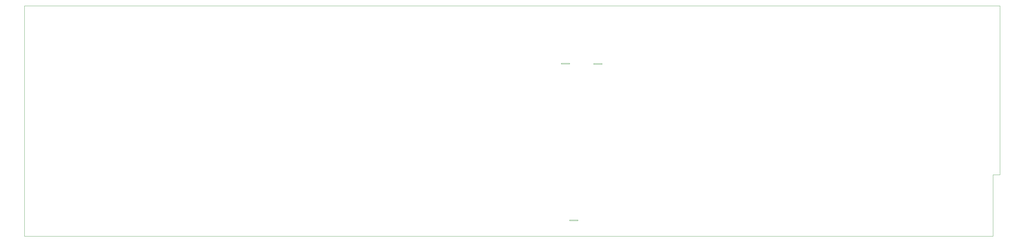
<source format=gtp>
*%FSLAX23Y23*%
*%MOIN*%
G01*
D11*
X15746Y6683D02*
X15828D01*
X15746Y5943D02*
X4096D01*
Y8718D02*
X15828D01*
X15746Y6683D02*
Y5943D01*
X15828Y6683D02*
Y8718D01*
X4096D02*
Y5943D01*
D21*
X13494Y6849D02*
D03*
X13454D02*
D03*
X13415D02*
D03*
X12942Y7242D02*
D03*
X13376Y6849D02*
D03*
X13336Y6849D02*
D03*
X13297D02*
D03*
X13257D02*
D03*
X13218D02*
D03*
X13179D02*
D03*
X13139D02*
D03*
X13100D02*
D03*
X13061D02*
D03*
X13021D02*
D03*
X12982D02*
D03*
X12942D02*
D03*
X12903D02*
D03*
X12864D02*
D03*
X12824D02*
D03*
X12785D02*
D03*
X12746D02*
D03*
X12706D02*
D03*
X12667D02*
D03*
X12627D02*
D03*
X12588D02*
D03*
X12549Y6888D02*
D03*
X12588D02*
D03*
X12627D02*
D03*
X12667D02*
D03*
X12706D02*
D03*
X12746D02*
D03*
X12785D02*
D03*
X12824D02*
D03*
X12864D02*
D03*
X12903D02*
D03*
X12942D02*
D03*
X12982D02*
D03*
X13021D02*
D03*
X13061D02*
D03*
X13100D02*
D03*
X13139D02*
D03*
X13179D02*
D03*
X13218D02*
D03*
X13257D02*
D03*
X13297D02*
D03*
X13336D02*
D03*
X13376Y6888D02*
D03*
X13415D02*
D03*
X13454D02*
D03*
X13494D02*
D03*
X13533Y6888D02*
D03*
Y6927D02*
D03*
X13494Y6927D02*
D03*
X13454D02*
D03*
X13415D02*
D03*
X13376D02*
D03*
X13336Y6927D02*
D03*
X13297D02*
D03*
X13257D02*
D03*
X13218D02*
D03*
X13179D02*
D03*
X13139D02*
D03*
X13100D02*
D03*
X13061D02*
D03*
X13021D02*
D03*
X12982D02*
D03*
X12942D02*
D03*
X12903D02*
D03*
X12864D02*
D03*
X12824D02*
D03*
X12785D02*
D03*
X12746D02*
D03*
X12706D02*
D03*
X12667D02*
D03*
X12627D02*
D03*
X12588D02*
D03*
X12549D02*
D03*
Y6967D02*
D03*
X12588D02*
D03*
X12627D02*
D03*
X12667D02*
D03*
X12706D02*
D03*
X12746D02*
D03*
X12785D02*
D03*
X12824D02*
D03*
X12864D02*
D03*
X12903D02*
D03*
X12942D02*
D03*
X12982D02*
D03*
X13021D02*
D03*
X13061D02*
D03*
X13100D02*
D03*
X13139D02*
D03*
X13179D02*
D03*
X13218D02*
D03*
X13257D02*
D03*
X13297D02*
D03*
X13336D02*
D03*
X13376Y6967D02*
D03*
X13415D02*
D03*
X13454D02*
D03*
X13494D02*
D03*
X13533Y6967D02*
D03*
X13494Y7006D02*
D03*
X13533Y7006D02*
D03*
X13454Y7006D02*
D03*
X13415D02*
D03*
X13376D02*
D03*
X13336Y7006D02*
D03*
X13297D02*
D03*
X13257D02*
D03*
X13218D02*
D03*
X13179D02*
D03*
X13139D02*
D03*
X13100D02*
D03*
X13061D02*
D03*
X13021D02*
D03*
X12982D02*
D03*
X12942D02*
D03*
X12903D02*
D03*
X12864D02*
D03*
X12824D02*
D03*
X12785D02*
D03*
X12746D02*
D03*
X12706D02*
D03*
X12667D02*
D03*
X12627D02*
D03*
X12588D02*
D03*
X12549D02*
D03*
Y7045D02*
D03*
X12588D02*
D03*
X12627D02*
D03*
X12667D02*
D03*
X12706D02*
D03*
X12746D02*
D03*
X12785D02*
D03*
X12824D02*
D03*
X12864D02*
D03*
X12903D02*
D03*
X12942D02*
D03*
X12982D02*
D03*
X13021D02*
D03*
X13061D02*
D03*
X13100D02*
D03*
X13139D02*
D03*
X13179D02*
D03*
X13218D02*
D03*
X13257D02*
D03*
X13297D02*
D03*
X13336D02*
D03*
X13376Y7045D02*
D03*
X13415D02*
D03*
X13454D02*
D03*
X13494D02*
D03*
X13533Y7045D02*
D03*
X13179Y7085D02*
D03*
X13218D02*
D03*
X13257D02*
D03*
X13297D02*
D03*
X13336D02*
D03*
X13376Y7085D02*
D03*
X13415D02*
D03*
X13454D02*
D03*
X13494D02*
D03*
X13533Y7085D02*
D03*
X13139D02*
D03*
X13100D02*
D03*
X13061D02*
D03*
X13021D02*
D03*
X12982D02*
D03*
X12942D02*
D03*
X12903D02*
D03*
X12864D02*
D03*
X12824D02*
D03*
X12785D02*
D03*
X12746D02*
D03*
X12706D02*
D03*
X12667D02*
D03*
X12627D02*
D03*
X12588D02*
D03*
X12549D02*
D03*
Y7124D02*
D03*
X12588D02*
D03*
X12627D02*
D03*
X12667D02*
D03*
X12706D02*
D03*
X12746D02*
D03*
X12785D02*
D03*
X12824D02*
D03*
X12864D02*
D03*
X12903D02*
D03*
X12942D02*
D03*
X12982D02*
D03*
X13021D02*
D03*
X13061D02*
D03*
X13100D02*
D03*
X13139D02*
D03*
X13179D02*
D03*
X13218D02*
D03*
X13257D02*
D03*
X13297D02*
D03*
X13336D02*
D03*
X13376Y7124D02*
D03*
X13415D02*
D03*
X13454D02*
D03*
X13494D02*
D03*
X13533Y7124D02*
D03*
Y7163D02*
D03*
X13494Y7163D02*
D03*
X13454D02*
D03*
X13415D02*
D03*
X13376D02*
D03*
X13336Y7163D02*
D03*
X13297D02*
D03*
X13257D02*
D03*
X13218D02*
D03*
X13179D02*
D03*
X13139D02*
D03*
X13100D02*
D03*
X13061D02*
D03*
X13021D02*
D03*
X12982D02*
D03*
X12942D02*
D03*
X12903D02*
D03*
X12864D02*
D03*
X12824D02*
D03*
X12785D02*
D03*
X12746D02*
D03*
X12706D02*
D03*
X12667D02*
D03*
X12627D02*
D03*
X12588D02*
D03*
X12549D02*
D03*
Y7203D02*
D03*
X12588D02*
D03*
X12627D02*
D03*
X12667D02*
D03*
X12706D02*
D03*
X12746D02*
D03*
X12785D02*
D03*
X12824D02*
D03*
X12864D02*
D03*
X12903D02*
D03*
X12942D02*
D03*
X12982D02*
D03*
X13021D02*
D03*
X13061D02*
D03*
X13100D02*
D03*
X13139D02*
D03*
X13179D02*
D03*
X13218D02*
D03*
X13257D02*
D03*
X13297D02*
D03*
X13336D02*
D03*
X13376Y7203D02*
D03*
X13415D02*
D03*
X13454D02*
D03*
X13494D02*
D03*
X13533Y7203D02*
D03*
Y7242D02*
D03*
X13494Y7242D02*
D03*
X13454D02*
D03*
X13415D02*
D03*
X13376D02*
D03*
X13336Y7242D02*
D03*
X13297D02*
D03*
X13257D02*
D03*
X13218D02*
D03*
X13179D02*
D03*
X13139D02*
D03*
X13100D02*
D03*
X13061D02*
D03*
X13021D02*
D03*
X12982D02*
D03*
X12903D02*
D03*
X12864D02*
D03*
X12824D02*
D03*
X12785D02*
D03*
X12746D02*
D03*
X12706D02*
D03*
X12667D02*
D03*
X12627D02*
D03*
X12588D02*
D03*
X12549D02*
D03*
Y7282D02*
D03*
X12588D02*
D03*
X12627D02*
D03*
X12667D02*
D03*
X12706D02*
D03*
X12746D02*
D03*
X12785D02*
D03*
X12824D02*
D03*
X12864D02*
D03*
X12903D02*
D03*
X12942D02*
D03*
X12982D02*
D03*
X13021D02*
D03*
X13061D02*
D03*
X13100D02*
D03*
X13139D02*
D03*
X13179D02*
D03*
X13218D02*
D03*
X13257D02*
D03*
X13297D02*
D03*
X13336D02*
D03*
X13376Y7282D02*
D03*
X13415D02*
D03*
X13454D02*
D03*
X13494D02*
D03*
X13533Y7282D02*
D03*
Y7321D02*
D03*
X13494Y7321D02*
D03*
X13454D02*
D03*
X13415D02*
D03*
X13376D02*
D03*
X13336Y7321D02*
D03*
X13297D02*
D03*
X13257D02*
D03*
X13218D02*
D03*
X13179D02*
D03*
X13139D02*
D03*
X13100D02*
D03*
X13061D02*
D03*
X13021D02*
D03*
X12982D02*
D03*
X12942D02*
D03*
X12903D02*
D03*
X12864D02*
D03*
X12824D02*
D03*
X12785D02*
D03*
X12746D02*
D03*
X12706D02*
D03*
X12667D02*
D03*
X12627D02*
D03*
X12588D02*
D03*
X12549D02*
D03*
Y7360D02*
D03*
X12588D02*
D03*
X12627D02*
D03*
X12667D02*
D03*
X12706D02*
D03*
X12746D02*
D03*
X12785D02*
D03*
X12824D02*
D03*
X12864D02*
D03*
X12903D02*
D03*
X12942D02*
D03*
X12982D02*
D03*
X13021D02*
D03*
X13061D02*
D03*
X13100D02*
D03*
X13139D02*
D03*
X13179D02*
D03*
X13218D02*
D03*
X13257D02*
D03*
X13297D02*
D03*
X13336D02*
D03*
X13376Y7360D02*
D03*
X13415D02*
D03*
X13454D02*
D03*
X13494D02*
D03*
X13533Y7360D02*
D03*
X13494Y7400D02*
D03*
X13533Y7400D02*
D03*
X13454Y7400D02*
D03*
X13415D02*
D03*
X13376D02*
D03*
X13336Y7400D02*
D03*
X13297D02*
D03*
X13257D02*
D03*
X13218D02*
D03*
X13179D02*
D03*
X13139D02*
D03*
X13100D02*
D03*
X13061D02*
D03*
X13021D02*
D03*
X12982D02*
D03*
X12942D02*
D03*
X12903D02*
D03*
X12864D02*
D03*
X12824D02*
D03*
X12785D02*
D03*
X12746D02*
D03*
X12706D02*
D03*
X12667D02*
D03*
X12627D02*
D03*
X12588D02*
D03*
X12549D02*
D03*
Y7439D02*
D03*
X12588D02*
D03*
X12627D02*
D03*
X12667D02*
D03*
X12706D02*
D03*
X12746D02*
D03*
X12785D02*
D03*
X12824D02*
D03*
X12864D02*
D03*
X12903D02*
D03*
X12942D02*
D03*
X12982D02*
D03*
X13021D02*
D03*
X13061D02*
D03*
X13100D02*
D03*
X13139D02*
D03*
X13179D02*
D03*
X13218D02*
D03*
X13257D02*
D03*
X13297D02*
D03*
X13336D02*
D03*
X13376Y7439D02*
D03*
X13415D02*
D03*
X13454D02*
D03*
X13494D02*
D03*
X13533Y7439D02*
D03*
X13179Y7478D02*
D03*
X13218D02*
D03*
X13257D02*
D03*
X13297D02*
D03*
X13336D02*
D03*
X13415Y7478D02*
D03*
X13376D02*
D03*
X13454D02*
D03*
X13494D02*
D03*
X13533Y7478D02*
D03*
X12549D02*
D03*
X12588D02*
D03*
X12627D02*
D03*
X12667D02*
D03*
X12706D02*
D03*
X12746D02*
D03*
X12785D02*
D03*
X12824D02*
D03*
X12864D02*
D03*
X12903D02*
D03*
X12942D02*
D03*
X12982D02*
D03*
X13021D02*
D03*
X13061D02*
D03*
X13100D02*
D03*
X13139D02*
D03*
X12549Y7518D02*
D03*
X12588D02*
D03*
X12627D02*
D03*
X12667D02*
D03*
X12706D02*
D03*
X12746D02*
D03*
X12785D02*
D03*
X12824D02*
D03*
X12864D02*
D03*
X12903D02*
D03*
X12942D02*
D03*
X12982D02*
D03*
X13021D02*
D03*
X13061D02*
D03*
X13100D02*
D03*
X13139D02*
D03*
X13179D02*
D03*
X13218D02*
D03*
X13257D02*
D03*
X13297D02*
D03*
X13336D02*
D03*
X13376Y7518D02*
D03*
X13415D02*
D03*
X13454D02*
D03*
X13494D02*
D03*
X13533Y7518D02*
D03*
X12549Y7557D02*
D03*
X12588D02*
D03*
X12627D02*
D03*
X12667D02*
D03*
X12706D02*
D03*
X12746D02*
D03*
X12824D02*
D03*
X12785D02*
D03*
X12864D02*
D03*
X12903D02*
D03*
X12942D02*
D03*
X12982D02*
D03*
X13021D02*
D03*
X13061D02*
D03*
X13100D02*
D03*
X13139D02*
D03*
X13179D02*
D03*
X13218D02*
D03*
X13257D02*
D03*
X13297D02*
D03*
X13336D02*
D03*
X13376Y7557D02*
D03*
X13415D02*
D03*
X13454D02*
D03*
X13494D02*
D03*
X13533Y7557D02*
D03*
X12549Y7597D02*
D03*
X12588D02*
D03*
X12627D02*
D03*
X12667D02*
D03*
X12706D02*
D03*
X12746D02*
D03*
X12785D02*
D03*
X12824D02*
D03*
X12864D02*
D03*
X12903D02*
D03*
X12942D02*
D03*
X12982D02*
D03*
X13021D02*
D03*
X13061D02*
D03*
X13100D02*
D03*
X13139D02*
D03*
X13179D02*
D03*
X13218D02*
D03*
X13257D02*
D03*
X13297D02*
D03*
X13336D02*
D03*
X13376Y7597D02*
D03*
X13415D02*
D03*
X13454D02*
D03*
X13494D02*
D03*
X13533Y7597D02*
D03*
X12549Y7636D02*
D03*
X12588D02*
D03*
X12627D02*
D03*
X12667D02*
D03*
X12746D02*
D03*
X12785D02*
D03*
X12706D02*
D03*
X12824D02*
D03*
X12864D02*
D03*
X12903D02*
D03*
X12942D02*
D03*
X12982D02*
D03*
X13021D02*
D03*
X13061D02*
D03*
X13100D02*
D03*
X13139D02*
D03*
X13179D02*
D03*
X13218D02*
D03*
X13257D02*
D03*
X13297D02*
D03*
X13336D02*
D03*
X13376Y7636D02*
D03*
X13415D02*
D03*
X13454D02*
D03*
X13494D02*
D03*
X13533Y7636D02*
D03*
X12549Y7675D02*
D03*
X12588D02*
D03*
X12627D02*
D03*
X12667D02*
D03*
X12706D02*
D03*
X12746D02*
D03*
X12785D02*
D03*
X12824D02*
D03*
X12864D02*
D03*
X12903D02*
D03*
X12942D02*
D03*
X12982D02*
D03*
X13021D02*
D03*
X13061D02*
D03*
X13100D02*
D03*
X13139D02*
D03*
X13179D02*
D03*
X13218D02*
D03*
X13257D02*
D03*
X13297D02*
D03*
X13336D02*
D03*
X13376Y7675D02*
D03*
X13415D02*
D03*
X13454D02*
D03*
X13494D02*
D03*
X13533Y7675D02*
D03*
X12549Y7715D02*
D03*
X12588D02*
D03*
X12627D02*
D03*
X12667D02*
D03*
X12706D02*
D03*
X12746D02*
D03*
X12785D02*
D03*
X12824D02*
D03*
X12864D02*
D03*
X12903D02*
D03*
X12942D02*
D03*
X12982D02*
D03*
X13021D02*
D03*
X13061D02*
D03*
X13100D02*
D03*
X13139D02*
D03*
X13179D02*
D03*
X13218D02*
D03*
X13257D02*
D03*
X13297D02*
D03*
X13336D02*
D03*
X13376Y7715D02*
D03*
X13415D02*
D03*
X13454D02*
D03*
X13494D02*
D03*
X13533Y7715D02*
D03*
X12549Y7754D02*
D03*
X12588D02*
D03*
X12627D02*
D03*
X12667D02*
D03*
X12706D02*
D03*
X12746D02*
D03*
X12785D02*
D03*
X12824D02*
D03*
X12864D02*
D03*
X12903D02*
D03*
X12942D02*
D03*
X12982D02*
D03*
X13021D02*
D03*
X13061D02*
D03*
X13100D02*
D03*
X13139D02*
D03*
X13179D02*
D03*
X13218D02*
D03*
X13257D02*
D03*
X13297D02*
D03*
X13336D02*
D03*
X13376Y7754D02*
D03*
X13415D02*
D03*
X13454D02*
D03*
X13494D02*
D03*
X13533Y7754D02*
D03*
X12549Y7793D02*
D03*
X12588D02*
D03*
X12627D02*
D03*
X12667D02*
D03*
X12706D02*
D03*
X12746D02*
D03*
X12785D02*
D03*
X12824D02*
D03*
X12864D02*
D03*
X12903D02*
D03*
X12942D02*
D03*
X12982D02*
D03*
X13021D02*
D03*
X13061D02*
D03*
X13100D02*
D03*
X13139D02*
D03*
X13179D02*
D03*
X13218D02*
D03*
X13257D02*
D03*
X13297D02*
D03*
X13336D02*
D03*
X13376Y7793D02*
D03*
X13415D02*
D03*
X13454D02*
D03*
X13494D02*
D03*
X13533Y7793D02*
D03*
X12588Y7833D02*
D03*
X12627D02*
D03*
X12667D02*
D03*
X12706D02*
D03*
X12746D02*
D03*
X12785D02*
D03*
X12824D02*
D03*
X12864D02*
D03*
X12903D02*
D03*
X12942D02*
D03*
X12982D02*
D03*
X13021D02*
D03*
X13061D02*
D03*
X13100D02*
D03*
X13139D02*
D03*
X13179D02*
D03*
X13218D02*
D03*
X13257D02*
D03*
X13297D02*
D03*
X13336D02*
D03*
X13376Y7833D02*
D03*
X13415D02*
D03*
X13454D02*
D03*
X13494D02*
D03*
X11966Y8597D02*
D03*
Y8557D02*
D03*
Y8518D02*
D03*
Y8478D02*
D03*
Y8439D02*
D03*
Y8400D02*
D03*
Y8360D02*
D03*
Y8321D02*
D03*
Y8242D02*
D03*
Y8203D02*
D03*
X11927Y8597D02*
D03*
Y8557D02*
D03*
Y8518D02*
D03*
Y8478D02*
D03*
Y8439D02*
D03*
Y8400D02*
D03*
Y8360D02*
D03*
Y8321D02*
D03*
Y8282D02*
D03*
Y8203D02*
D03*
X11966Y8282D02*
D03*
X11887Y8597D02*
D03*
Y8557D02*
D03*
Y8518D02*
D03*
Y8478D02*
D03*
Y8439D02*
D03*
Y8400D02*
D03*
Y8360D02*
D03*
Y8321D02*
D03*
Y8282D02*
D03*
Y8242D02*
D03*
Y8203D02*
D03*
X11927Y8242D02*
D03*
X11848Y8203D02*
D03*
Y8242D02*
D03*
Y8282D02*
D03*
Y8321D02*
D03*
Y8360D02*
D03*
Y8400D02*
D03*
Y8439D02*
D03*
Y8478D02*
D03*
Y8518D02*
D03*
Y8557D02*
D03*
Y8597D02*
D03*
X11809D02*
D03*
Y8557D02*
D03*
Y8518D02*
D03*
Y8478D02*
D03*
Y8439D02*
D03*
Y8400D02*
D03*
Y8360D02*
D03*
Y8321D02*
D03*
Y8282D02*
D03*
Y8242D02*
D03*
Y8203D02*
D03*
X11769Y8203D02*
D03*
Y8242D02*
D03*
Y8282D02*
D03*
Y8321D02*
D03*
Y8360D02*
D03*
Y8400D02*
D03*
Y8439D02*
D03*
Y8478D02*
D03*
Y8518D02*
D03*
Y8557D02*
D03*
Y8597D02*
D03*
X11730D02*
D03*
Y8557D02*
D03*
Y8518D02*
D03*
Y8478D02*
D03*
Y8439D02*
D03*
Y8400D02*
D03*
Y8360D02*
D03*
Y8321D02*
D03*
Y8282D02*
D03*
Y8242D02*
D03*
Y8203D02*
D03*
X11690D02*
D03*
Y8242D02*
D03*
Y8282D02*
D03*
Y8321D02*
D03*
Y8360D02*
D03*
Y8400D02*
D03*
Y8439D02*
D03*
Y8478D02*
D03*
Y8518D02*
D03*
Y8557D02*
D03*
Y8597D02*
D03*
X11651D02*
D03*
Y8557D02*
D03*
Y8518D02*
D03*
Y8478D02*
D03*
Y8439D02*
D03*
Y8400D02*
D03*
Y8360D02*
D03*
Y8321D02*
D03*
Y8282D02*
D03*
Y8242D02*
D03*
Y8203D02*
D03*
X11612D02*
D03*
X11572D02*
D03*
X11533D02*
D03*
X11494D02*
D03*
X11454D02*
D03*
X11415D02*
D03*
Y8242D02*
D03*
X11454D02*
D03*
X11494D02*
D03*
X11533D02*
D03*
X11572D02*
D03*
X11612D02*
D03*
Y8282D02*
D03*
X11572D02*
D03*
X11533D02*
D03*
X11494D02*
D03*
X11454D02*
D03*
X11415D02*
D03*
Y8321D02*
D03*
X11454D02*
D03*
X11494D02*
D03*
X11533D02*
D03*
X11572D02*
D03*
X11612Y8360D02*
D03*
X11572D02*
D03*
X11533D02*
D03*
X11494D02*
D03*
X11454D02*
D03*
X11415D02*
D03*
Y8400D02*
D03*
X11454D02*
D03*
X11494D02*
D03*
X11533D02*
D03*
X11572D02*
D03*
X11612D02*
D03*
Y8439D02*
D03*
X11572D02*
D03*
X11533D02*
D03*
X11494D02*
D03*
X11454D02*
D03*
X11415D02*
D03*
Y8478D02*
D03*
X11454D02*
D03*
X11494D02*
D03*
X11533D02*
D03*
X11572D02*
D03*
X11612D02*
D03*
Y8518D02*
D03*
X11572D02*
D03*
X11533D02*
D03*
X11494D02*
D03*
X11454D02*
D03*
X11415D02*
D03*
Y8557D02*
D03*
X11454D02*
D03*
X11494D02*
D03*
X11533D02*
D03*
X11572D02*
D03*
X11612D02*
D03*
Y8597D02*
D03*
X11572D02*
D03*
X11533D02*
D03*
X11494D02*
D03*
X11454D02*
D03*
X11415D02*
D03*
X11612Y8321D02*
D03*
X12710Y8593D02*
D03*
Y8553D02*
D03*
Y8514D02*
D03*
Y8474D02*
D03*
Y8435D02*
D03*
Y8396D02*
D03*
Y8356D02*
D03*
Y8317D02*
D03*
Y8238D02*
D03*
Y8199D02*
D03*
X12671Y8593D02*
D03*
Y8553D02*
D03*
Y8514D02*
D03*
Y8474D02*
D03*
Y8435D02*
D03*
Y8396D02*
D03*
Y8356D02*
D03*
Y8317D02*
D03*
Y8278D02*
D03*
Y8199D02*
D03*
X12710Y8278D02*
D03*
X12631Y8593D02*
D03*
Y8553D02*
D03*
Y8514D02*
D03*
Y8474D02*
D03*
Y8435D02*
D03*
Y8396D02*
D03*
Y8356D02*
D03*
Y8317D02*
D03*
Y8278D02*
D03*
Y8238D02*
D03*
Y8199D02*
D03*
X12671Y8238D02*
D03*
X12592Y8199D02*
D03*
Y8238D02*
D03*
Y8278D02*
D03*
Y8317D02*
D03*
Y8356D02*
D03*
Y8396D02*
D03*
Y8435D02*
D03*
Y8474D02*
D03*
Y8514D02*
D03*
Y8553D02*
D03*
Y8593D02*
D03*
X12553D02*
D03*
Y8553D02*
D03*
Y8514D02*
D03*
Y8474D02*
D03*
Y8435D02*
D03*
Y8396D02*
D03*
Y8356D02*
D03*
Y8317D02*
D03*
Y8278D02*
D03*
Y8238D02*
D03*
Y8199D02*
D03*
X12513Y8199D02*
D03*
Y8238D02*
D03*
Y8278D02*
D03*
Y8317D02*
D03*
Y8356D02*
D03*
Y8396D02*
D03*
Y8435D02*
D03*
Y8474D02*
D03*
Y8514D02*
D03*
Y8553D02*
D03*
Y8593D02*
D03*
X12474D02*
D03*
Y8553D02*
D03*
Y8514D02*
D03*
Y8474D02*
D03*
Y8435D02*
D03*
Y8396D02*
D03*
Y8356D02*
D03*
Y8317D02*
D03*
Y8278D02*
D03*
Y8238D02*
D03*
Y8199D02*
D03*
X12435D02*
D03*
Y8238D02*
D03*
Y8278D02*
D03*
Y8317D02*
D03*
Y8356D02*
D03*
Y8396D02*
D03*
Y8435D02*
D03*
Y8474D02*
D03*
Y8514D02*
D03*
Y8553D02*
D03*
Y8593D02*
D03*
X12395D02*
D03*
Y8553D02*
D03*
Y8514D02*
D03*
Y8474D02*
D03*
Y8435D02*
D03*
Y8396D02*
D03*
Y8356D02*
D03*
Y8317D02*
D03*
Y8278D02*
D03*
Y8238D02*
D03*
Y8199D02*
D03*
X12356D02*
D03*
X12316D02*
D03*
X12277D02*
D03*
X12238D02*
D03*
X12198D02*
D03*
X12159D02*
D03*
Y8238D02*
D03*
X12198D02*
D03*
X12238D02*
D03*
X12277D02*
D03*
X12316D02*
D03*
X12356D02*
D03*
Y8278D02*
D03*
X12316D02*
D03*
X12277D02*
D03*
X12238D02*
D03*
X12198D02*
D03*
X12159D02*
D03*
Y8317D02*
D03*
X12198D02*
D03*
X12238D02*
D03*
X12277D02*
D03*
X12316D02*
D03*
X12356Y8356D02*
D03*
X12316D02*
D03*
X12277D02*
D03*
X12238D02*
D03*
X12198D02*
D03*
X12159D02*
D03*
Y8396D02*
D03*
X12198D02*
D03*
X12238D02*
D03*
X12277D02*
D03*
X12316D02*
D03*
X12356D02*
D03*
Y8435D02*
D03*
X12316D02*
D03*
X12277D02*
D03*
X12238D02*
D03*
X12198D02*
D03*
X12159D02*
D03*
Y8474D02*
D03*
X12198D02*
D03*
X12238D02*
D03*
X12277D02*
D03*
X12316D02*
D03*
X12356D02*
D03*
Y8514D02*
D03*
X12316D02*
D03*
X12277D02*
D03*
X12238D02*
D03*
X12198D02*
D03*
X12159D02*
D03*
Y8553D02*
D03*
X12198D02*
D03*
X12238D02*
D03*
X12277D02*
D03*
X12316D02*
D03*
X12356D02*
D03*
Y8593D02*
D03*
X12316D02*
D03*
X12277D02*
D03*
X12238D02*
D03*
X12198D02*
D03*
X12159D02*
D03*
X12356Y8317D02*
D03*
D24*
X14671Y7986D02*
D03*
X13521Y6412D02*
D03*
D45*
X13592Y8408D02*
D03*
X14348Y7400D02*
D03*
X14456Y7763D02*
D03*
X14338Y8624D02*
D03*
X14456Y6958D02*
D03*
Y6298D02*
D03*
X12316Y6660D02*
D03*
X9986Y6859D02*
D03*
D69*
X9512Y6673D02*
D03*
X9481D02*
D03*
X9449D02*
D03*
X9418D02*
D03*
X9386D02*
D03*
X9355D02*
D03*
X9323D02*
D03*
X9292D02*
D03*
X9295Y6338D02*
D03*
X9326D02*
D03*
X9358D02*
D03*
X9389D02*
D03*
X9421D02*
D03*
X9452D02*
D03*
X9484D02*
D03*
X9515D02*
D03*
D71*
X11059Y7405D02*
D03*
X11085D02*
D03*
X11110D02*
D03*
X11136D02*
D03*
X11161D02*
D03*
X11187D02*
D03*
X11213D02*
D03*
X11238D02*
D03*
Y7657D02*
D03*
X11213D02*
D03*
X11187D02*
D03*
X11161D02*
D03*
X11136D02*
D03*
X11110D02*
D03*
X11085D02*
D03*
X11059D02*
D03*
Y6927D02*
D03*
X11085D02*
D03*
X11110D02*
D03*
X11136D02*
D03*
X11161D02*
D03*
X11187D02*
D03*
X11213D02*
D03*
X11238D02*
D03*
Y7179D02*
D03*
X11213D02*
D03*
X11187D02*
D03*
X11161D02*
D03*
X11136D02*
D03*
X11110D02*
D03*
X11085D02*
D03*
X11059D02*
D03*
D77*
X14671Y8210D02*
D03*
X14721Y7986D02*
D03*
X14771D02*
D03*
X14821D02*
D03*
Y8210D02*
D03*
X14771D02*
D03*
X14721D02*
D03*
X13471Y6188D02*
D03*
X13421D02*
D03*
X13371D02*
D03*
Y6412D02*
D03*
X13421D02*
D03*
X13471D02*
D03*
X13521Y6188D02*
D03*
D78*
X10163Y7251D02*
D03*
X10123D02*
D03*
X10084D02*
D03*
X10045D02*
D03*
X10005D02*
D03*
X9966D02*
D03*
X9926D02*
D03*
X9887D02*
D03*
X9848D02*
D03*
X9808D02*
D03*
X9769D02*
D03*
X9730D02*
D03*
X9690D02*
D03*
X9651D02*
D03*
X10202D02*
D03*
X9611D02*
D03*
X9572D02*
D03*
X9533D02*
D03*
X9494D02*
D03*
X9454D02*
D03*
X9415D02*
D03*
X9376D02*
D03*
X9336D02*
D03*
X9297D02*
D03*
X9257D02*
D03*
X9218D02*
D03*
X9179D02*
D03*
X9139D02*
D03*
X9100D02*
D03*
X9061D02*
D03*
D90*
X14986Y6288D02*
D03*
D91*
X14667Y7553D02*
D03*
X14597D02*
D03*
X15061Y7168D02*
D03*
X15131D02*
D03*
X15061Y7228D02*
D03*
X15131D02*
D03*
X14916Y7753D02*
D03*
X14986D02*
D03*
X14916Y7813D02*
D03*
X14986D02*
D03*
X14789Y8591D02*
D03*
X14719D02*
D03*
X14789Y8531D02*
D03*
X14719D02*
D03*
X14887Y8286D02*
D03*
X14957D02*
D03*
Y8160D02*
D03*
X14887D02*
D03*
X14957Y8223D02*
D03*
X14887D02*
D03*
X14718Y8286D02*
D03*
X14788D02*
D03*
X14667D02*
D03*
X14597D02*
D03*
X14898Y7915D02*
D03*
X14828D02*
D03*
X14957Y8037D02*
D03*
X14887D02*
D03*
X14596Y6743D02*
D03*
X14666D02*
D03*
X14986Y7008D02*
D03*
X14916D02*
D03*
X14986Y6948D02*
D03*
X14916D02*
D03*
X14666Y6083D02*
D03*
X14596D02*
D03*
X14916Y6348D02*
D03*
X14986D02*
D03*
X14916Y6288D02*
D03*
X14533Y7496D02*
D03*
X14596D02*
D03*
X14545Y7553D02*
D03*
X14475D02*
D03*
X14478Y8352D02*
D03*
X14415D02*
D03*
X14340Y7884D02*
D03*
X14410D02*
D03*
X13655Y7982D02*
D03*
X13718D02*
D03*
X13655Y7923D02*
D03*
X13718D02*
D03*
X13990Y7400D02*
D03*
X14060D02*
D03*
X14194Y7337D02*
D03*
X14124D02*
D03*
X13801Y7549D02*
D03*
X13871D02*
D03*
X13801Y7608D02*
D03*
X13871D02*
D03*
X13683Y7667D02*
D03*
X13753D02*
D03*
X13801D02*
D03*
X13871D02*
D03*
X13683Y7549D02*
D03*
X13753D02*
D03*
X13801Y7490D02*
D03*
X13871D02*
D03*
X13872Y7431D02*
D03*
X13802D02*
D03*
X13683D02*
D03*
X13753D02*
D03*
X14096Y7743D02*
D03*
X14166D02*
D03*
X14216Y7768D02*
D03*
X14286D02*
D03*
X14216Y7713D02*
D03*
X14286D02*
D03*
X14358Y8409D02*
D03*
X14428D02*
D03*
X14478D02*
D03*
X14548D02*
D03*
X14228Y8574D02*
D03*
X14158D02*
D03*
X14533Y6683D02*
D03*
X14596D02*
D03*
X13750Y7061D02*
D03*
X13687D02*
D03*
X13675Y6860D02*
D03*
X13738D02*
D03*
X13447Y6002D02*
D03*
X13517D02*
D03*
X14166Y6938D02*
D03*
X14096D02*
D03*
X14286Y6908D02*
D03*
X14216D02*
D03*
X14286Y6963D02*
D03*
X14216D02*
D03*
Y6248D02*
D03*
X14286D02*
D03*
X14216Y6303D02*
D03*
X14286D02*
D03*
X14096Y6278D02*
D03*
X14166D02*
D03*
X14546Y6083D02*
D03*
X14476D02*
D03*
Y6743D02*
D03*
X14546D02*
D03*
X13675Y6919D02*
D03*
X13738D02*
D03*
X13383Y6597D02*
D03*
X13453D02*
D03*
X14533Y6026D02*
D03*
X14596D02*
D03*
X12466Y7459D02*
D03*
X12403D02*
D03*
X12403Y7817D02*
D03*
X12466D02*
D03*
X12466Y7187D02*
D03*
X12403D02*
D03*
X11651Y7522D02*
D03*
X11721D02*
D03*
X12403Y7695D02*
D03*
X12466D02*
D03*
X12403Y7577D02*
D03*
X12466D02*
D03*
X12584Y7919D02*
D03*
X12647D02*
D03*
X12403Y6947D02*
D03*
X12466D02*
D03*
X12403Y7065D02*
D03*
X12466D02*
D03*
X12172Y6600D02*
D03*
X12242D02*
D03*
X11994D02*
D03*
X12064D02*
D03*
X11651Y7053D02*
D03*
X11721D02*
D03*
X11876Y6266D02*
D03*
X11806D02*
D03*
X11876Y6207D02*
D03*
X11806D02*
D03*
X11876Y6108D02*
D03*
X11806D02*
D03*
X12985Y6250D02*
D03*
X12915D02*
D03*
X11238Y7793D02*
D03*
X11308D02*
D03*
X11238Y7317D02*
D03*
X11308D02*
D03*
X11117Y7258D02*
D03*
X11187D02*
D03*
X11114Y7735D02*
D03*
X11184D02*
D03*
X11124Y7317D02*
D03*
X11187D02*
D03*
X10887Y7246D02*
D03*
X10817D02*
D03*
X10773Y7506D02*
D03*
X10836D02*
D03*
X11116Y7793D02*
D03*
X11179D02*
D03*
X11304Y8010D02*
D03*
X11234D02*
D03*
X10773Y7049D02*
D03*
X10836D02*
D03*
X9034Y6711D02*
D03*
X9104D02*
D03*
X9268Y6919D02*
D03*
X9198D02*
D03*
X9416D02*
D03*
X9486D02*
D03*
X5183Y7884D02*
D03*
X5253D02*
D03*
X5251Y7318D02*
D03*
X5181D02*
D03*
X5251Y7568D02*
D03*
X5181D02*
D03*
X5253Y7825D02*
D03*
X5183D02*
D03*
D93*
X10604Y8211D02*
D03*
X10694Y8211D02*
D03*
X10514D02*
D03*
X10993Y8210D02*
D03*
X11083D02*
D03*
X10903D02*
D03*
X10613Y6325D02*
D03*
X10793D02*
D03*
X10703Y6325D02*
D03*
D98*
X9237Y6614D02*
D03*
Y6583D02*
D03*
Y6551D02*
D03*
Y6520D02*
D03*
Y6488D02*
D03*
Y6457D02*
D03*
Y6425D02*
D03*
Y6394D02*
D03*
X9571Y6396D02*
D03*
Y6427D02*
D03*
Y6459D02*
D03*
Y6490D02*
D03*
Y6522D02*
D03*
Y6553D02*
D03*
Y6585D02*
D03*
Y6616D02*
D03*
D99*
X14596Y8160D02*
D03*
Y8090D02*
D03*
Y7919D02*
D03*
Y7849D02*
D03*
X14714D02*
D03*
Y7919D02*
D03*
X15006Y7288D02*
D03*
Y7358D02*
D03*
Y7228D02*
D03*
Y7158D02*
D03*
X14856Y7628D02*
D03*
Y7698D02*
D03*
X14916D02*
D03*
Y7628D02*
D03*
X14976D02*
D03*
Y7698D02*
D03*
X14779Y8476D02*
D03*
Y8406D02*
D03*
X14719D02*
D03*
Y8476D02*
D03*
X14659D02*
D03*
Y8406D02*
D03*
X14655Y7849D02*
D03*
Y7919D02*
D03*
X14773D02*
D03*
Y7849D02*
D03*
X14766Y7063D02*
D03*
Y7133D02*
D03*
X14916Y6823D02*
D03*
Y6893D02*
D03*
X14856D02*
D03*
Y6823D02*
D03*
X14976Y6163D02*
D03*
Y6233D02*
D03*
X14916D02*
D03*
Y6163D02*
D03*
X14856D02*
D03*
Y6233D02*
D03*
X14976Y6893D02*
D03*
Y6823D02*
D03*
X14179Y8030D02*
D03*
Y8100D02*
D03*
Y8152D02*
D03*
Y8222D02*
D03*
X13139Y7967D02*
D03*
Y8030D02*
D03*
X13376D02*
D03*
Y7967D02*
D03*
X13257D02*
D03*
Y8030D02*
D03*
X13777Y8521D02*
D03*
Y8451D02*
D03*
X13624Y7250D02*
D03*
Y7320D02*
D03*
X14017Y7549D02*
D03*
Y7479D02*
D03*
X13958Y7549D02*
D03*
Y7479D02*
D03*
X14013Y7203D02*
D03*
Y7133D02*
D03*
X14371Y7123D02*
D03*
Y7193D02*
D03*
X14129Y8518D02*
D03*
Y8448D02*
D03*
X13183Y8485D02*
D03*
Y8415D02*
D03*
X13435Y8030D02*
D03*
Y7967D02*
D03*
X13316D02*
D03*
Y8030D02*
D03*
X13198Y7967D02*
D03*
Y8030D02*
D03*
X14101Y8645D02*
D03*
Y8575D02*
D03*
X14013Y7274D02*
D03*
Y7344D02*
D03*
X13376Y6703D02*
D03*
Y6766D02*
D03*
X13588Y6703D02*
D03*
Y6766D02*
D03*
X13435Y6703D02*
D03*
Y6766D02*
D03*
X13659Y6045D02*
D03*
Y6115D02*
D03*
X13080Y6703D02*
D03*
Y6766D02*
D03*
X13238Y6703D02*
D03*
Y6766D02*
D03*
X13631Y7124D02*
D03*
Y7061D02*
D03*
X13529Y6703D02*
D03*
Y6766D02*
D03*
X12065Y8345D02*
D03*
Y8415D02*
D03*
X12813Y8345D02*
D03*
Y8415D02*
D03*
X11634Y7445D02*
D03*
Y7375D02*
D03*
X12962Y7978D02*
D03*
Y7915D02*
D03*
X12805Y7978D02*
D03*
Y7915D02*
D03*
X12647Y6766D02*
D03*
Y6703D02*
D03*
X12765D02*
D03*
Y6766D02*
D03*
X11635Y6970D02*
D03*
Y6900D02*
D03*
X12923Y6703D02*
D03*
Y6766D02*
D03*
X11911Y6458D02*
D03*
Y6388D02*
D03*
X12502Y6754D02*
D03*
Y6691D02*
D03*
X11004Y7435D02*
D03*
Y7505D02*
D03*
X11309Y8345D02*
D03*
Y8415D02*
D03*
X10761Y8352D02*
D03*
Y8282D02*
D03*
X10942Y7246D02*
D03*
Y7176D02*
D03*
X10860Y6396D02*
D03*
Y6466D02*
D03*
X11004Y6977D02*
D03*
Y7047D02*
D03*
X10135Y6384D02*
D03*
Y6314D02*
D03*
X10214D02*
D03*
Y6384D02*
D03*
X10293D02*
D03*
Y6314D02*
D03*
X10372D02*
D03*
Y6384D02*
D03*
X9171Y6263D02*
D03*
Y6333D02*
D03*
X9627Y6993D02*
D03*
Y6923D02*
D03*
X9687Y6974D02*
D03*
Y6904D02*
D03*
Y6786D02*
D03*
Y6856D02*
D03*
D102*
X15281Y7728D02*
D03*
X15146D02*
D03*
X14876Y8415D02*
D03*
X15011D02*
D03*
X15146Y6998D02*
D03*
X15281D02*
D03*
Y6288D02*
D03*
X15146D02*
D03*
X14247Y7136D02*
D03*
X14112D02*
D03*
X14247Y7250D02*
D03*
X14112D02*
D03*
X14021Y7828D02*
D03*
X14156D02*
D03*
Y7658D02*
D03*
X14021D02*
D03*
X13517Y6510D02*
D03*
X13382D02*
D03*
X14156Y7023D02*
D03*
X14021D02*
D03*
Y6853D02*
D03*
X14156D02*
D03*
Y6193D02*
D03*
X14021D02*
D03*
Y6363D02*
D03*
X14156D02*
D03*
X13514Y6089D02*
D03*
X13379D02*
D03*
X11028Y8300D02*
D03*
X10893D02*
D03*
X4809Y6541D02*
D03*
X4674D02*
D03*
D103*
X10135Y6534D02*
D03*
Y6444D02*
D03*
X10214D02*
D03*
Y6534D02*
D03*
X10293D02*
D03*
Y6444D02*
D03*
X10372D02*
D03*
Y6534D02*
D03*
X9171Y6482D02*
D03*
Y6392D02*
D03*
D106*
X11740Y6463D02*
D03*
Y6443D02*
D03*
Y6423D02*
D03*
Y6404D02*
D03*
Y6384D02*
D03*
Y6364D02*
D03*
Y6345D02*
D03*
X10973Y6030D02*
D03*
Y6049D02*
D03*
Y6069D02*
D03*
Y6089D02*
D03*
Y6108D02*
D03*
Y6128D02*
D03*
Y6148D02*
D03*
Y6167D02*
D03*
Y6187D02*
D03*
Y6207D02*
D03*
Y6246D02*
D03*
Y6266D02*
D03*
Y6286D02*
D03*
Y6305D02*
D03*
Y6325D02*
D03*
Y6345D02*
D03*
Y6364D02*
D03*
Y6384D02*
D03*
X11740Y6325D02*
D03*
Y6305D02*
D03*
Y6286D02*
D03*
Y6266D02*
D03*
Y6246D02*
D03*
Y6226D02*
D03*
Y6207D02*
D03*
Y6187D02*
D03*
Y6167D02*
D03*
Y6148D02*
D03*
Y6128D02*
D03*
Y6089D02*
D03*
Y6108D02*
D03*
Y6010D02*
D03*
Y6030D02*
D03*
Y6069D02*
D03*
Y6049D02*
D03*
X10973Y6010D02*
D03*
Y6226D02*
D03*
X10972Y6404D02*
D03*
Y6423D02*
D03*
Y6443D02*
D03*
Y6463D02*
D03*
X11980Y6522D02*
D03*
Y6541D02*
D03*
Y6443D02*
D03*
Y6502D02*
D03*
Y6482D02*
D03*
Y6463D02*
D03*
Y6423D02*
D03*
Y6404D02*
D03*
Y6384D02*
D03*
Y6364D02*
D03*
Y6345D02*
D03*
Y6325D02*
D03*
Y6305D02*
D03*
Y6286D02*
D03*
Y6266D02*
D03*
Y6246D02*
D03*
Y6226D02*
D03*
X12747Y6010D02*
D03*
Y6030D02*
D03*
Y6049D02*
D03*
Y6069D02*
D03*
Y6089D02*
D03*
Y6108D02*
D03*
Y6128D02*
D03*
Y6148D02*
D03*
Y6167D02*
D03*
Y6187D02*
D03*
Y6207D02*
D03*
Y6226D02*
D03*
Y6246D02*
D03*
Y6266D02*
D03*
Y6286D02*
D03*
Y6305D02*
D03*
Y6325D02*
D03*
Y6345D02*
D03*
Y6364D02*
D03*
Y6384D02*
D03*
Y6404D02*
D03*
Y6423D02*
D03*
Y6443D02*
D03*
Y6463D02*
D03*
Y6482D02*
D03*
Y6502D02*
D03*
X11980Y6207D02*
D03*
Y6187D02*
D03*
Y6167D02*
D03*
Y6148D02*
D03*
Y6128D02*
D03*
Y6108D02*
D03*
Y6089D02*
D03*
Y6069D02*
D03*
Y6049D02*
D03*
Y6030D02*
D03*
Y6010D02*
D03*
X12747Y6522D02*
D03*
Y6541D02*
D03*
D108*
X13919Y7179D02*
D03*
X13819D02*
D03*
X13719D02*
D03*
Y7345D02*
D03*
X13819D02*
D03*
X13919D02*
D03*
D110*
X13368Y8458D02*
D03*
Y8508D02*
D03*
Y8558D02*
D03*
X13592D02*
D03*
Y8508D02*
D03*
Y8458D02*
D03*
X13368Y8408D02*
D03*
X14124Y7400D02*
D03*
X14348Y7450D02*
D03*
Y7500D02*
D03*
Y7550D02*
D03*
X14124D02*
D03*
Y7500D02*
D03*
Y7450D02*
D03*
X14680Y7713D02*
D03*
Y7663D02*
D03*
Y7613D02*
D03*
X14456D02*
D03*
Y7663D02*
D03*
Y7713D02*
D03*
X14680Y7763D02*
D03*
X14562Y8624D02*
D03*
X14338Y8574D02*
D03*
Y8524D02*
D03*
Y8474D02*
D03*
X14562D02*
D03*
Y8524D02*
D03*
X14562Y8574D02*
D03*
X14680Y6958D02*
D03*
X14456Y6908D02*
D03*
Y6858D02*
D03*
Y6808D02*
D03*
X14680D02*
D03*
Y6858D02*
D03*
Y6908D02*
D03*
Y6248D02*
D03*
Y6198D02*
D03*
Y6148D02*
D03*
X14456D02*
D03*
Y6198D02*
D03*
Y6248D02*
D03*
X14680Y6298D02*
D03*
X12092Y6660D02*
D03*
X12316Y6710D02*
D03*
Y6760D02*
D03*
Y6810D02*
D03*
X12092D02*
D03*
Y6760D02*
D03*
Y6710D02*
D03*
X9762Y6859D02*
D03*
X9986Y6909D02*
D03*
Y6959D02*
D03*
Y7009D02*
D03*
X9762D02*
D03*
Y6959D02*
D03*
Y6909D02*
D03*
D113*
X4724Y6866D02*
D03*
X4724Y6916D02*
D03*
Y6966D02*
D03*
Y7016D02*
D03*
Y7066D02*
D03*
Y7116D02*
D03*
Y7166D02*
D03*
Y7216D02*
D03*
Y7266D02*
D03*
Y7316D02*
D03*
X5099Y6866D02*
D03*
Y6916D02*
D03*
Y6966D02*
D03*
Y7016D02*
D03*
Y7066D02*
D03*
Y7116D02*
D03*
Y7166D02*
D03*
Y7216D02*
D03*
Y7266D02*
D03*
Y7316D02*
D03*
X4724Y7416D02*
D03*
Y7466D02*
D03*
Y7516D02*
D03*
Y7566D02*
D03*
Y7616D02*
D03*
Y7666D02*
D03*
Y7716D02*
D03*
Y7766D02*
D03*
Y7816D02*
D03*
Y7866D02*
D03*
X5099Y7416D02*
D03*
Y7466D02*
D03*
Y7516D02*
D03*
Y7566D02*
D03*
Y7616D02*
D03*
Y7666D02*
D03*
Y7716D02*
D03*
Y7766D02*
D03*
Y7816D02*
D03*
Y7866D02*
D03*
D115*
X14781Y7393D02*
D03*
X14931D02*
D03*
X14781Y7213D02*
D03*
X14931D02*
D03*
X14781Y7303D02*
D03*
X14931D02*
D03*
X4659Y6660D02*
D03*
X4809D02*
D03*
Y6762D02*
D03*
X4659D02*
D03*
D116*
X14690Y7081D02*
D03*
Y7131D02*
D03*
Y7181D02*
D03*
Y7231D02*
D03*
Y7281D02*
D03*
Y7331D02*
D03*
Y7381D02*
D03*
Y7431D02*
D03*
X14446D02*
D03*
Y7381D02*
D03*
Y7331D02*
D03*
Y7281D02*
D03*
Y7231D02*
D03*
Y7181D02*
D03*
Y7131D02*
D03*
Y7081D02*
D03*
X14253Y8200D02*
D03*
Y8150D02*
D03*
Y8100D02*
D03*
Y8050D02*
D03*
Y8000D02*
D03*
Y7950D02*
D03*
X14497Y8000D02*
D03*
Y8050D02*
D03*
Y8100D02*
D03*
Y8150D02*
D03*
Y8200D02*
D03*
Y8250D02*
D03*
X14253D02*
D03*
X14497Y7950D02*
D03*
X11559Y7375D02*
D03*
Y7425D02*
D03*
Y7475D02*
D03*
Y7525D02*
D03*
Y7575D02*
D03*
Y7625D02*
D03*
Y7675D02*
D03*
Y7725D02*
D03*
X11315D02*
D03*
Y7675D02*
D03*
Y7625D02*
D03*
Y7575D02*
D03*
Y7525D02*
D03*
Y7475D02*
D03*
Y7425D02*
D03*
Y7375D02*
D03*
Y6902D02*
D03*
Y6952D02*
D03*
Y7002D02*
D03*
Y7052D02*
D03*
Y7102D02*
D03*
Y7152D02*
D03*
Y7202D02*
D03*
Y7252D02*
D03*
X11559D02*
D03*
Y7202D02*
D03*
Y7152D02*
D03*
Y7102D02*
D03*
Y7052D02*
D03*
Y7002D02*
D03*
Y6952D02*
D03*
Y6902D02*
D03*
D120*
X13690Y8415D02*
D03*
Y8550D02*
D03*
X14214Y8373D02*
D03*
Y8508D02*
D03*
X14044D02*
D03*
Y8373D02*
D03*
X13269Y8415D02*
D03*
Y8550D02*
D03*
X13860Y6184D02*
D03*
Y6049D02*
D03*
X13746Y6048D02*
D03*
Y6183D02*
D03*
X12415Y6802D02*
D03*
Y6667D02*
D03*
X11994Y6802D02*
D03*
Y6667D02*
D03*
X10513Y8282D02*
D03*
Y8417D02*
D03*
X11233Y8210D02*
D03*
Y8075D02*
D03*
X10919Y7371D02*
D03*
Y7506D02*
D03*
X10675Y8282D02*
D03*
Y8417D02*
D03*
X10631Y6531D02*
D03*
Y6396D02*
D03*
X10773Y6531D02*
D03*
Y6396D02*
D03*
X10919Y7049D02*
D03*
Y6914D02*
D03*
X4923Y6762D02*
D03*
Y6627D02*
D03*
D122*
X10318Y7345D02*
D03*
X8944Y7345D02*
D03*
D126*
X10554Y8016D02*
X10654D01*
Y8026D01*
X10554D01*
Y8016D01*
X10943Y8015D02*
X11043D01*
Y8025D01*
X10943D01*
Y8015D01*
X10653Y6130D02*
X10753D01*
Y6140D01*
X10653D01*
Y6130D01*
D02*
M02*

</source>
